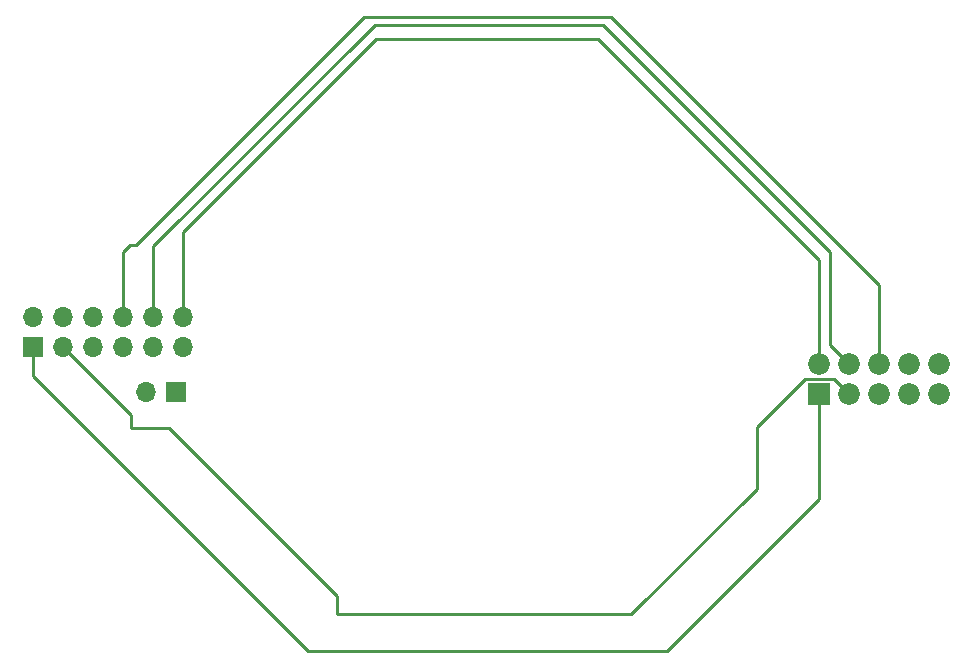
<source format=gbr>
%TF.GenerationSoftware,KiCad,Pcbnew,(6.0.0-0)*%
%TF.CreationDate,2022-02-24T10:59:22-05:00*%
%TF.ProjectId,Rotary,526f7461-7279-42e6-9b69-6361645f7063,rev?*%
%TF.SameCoordinates,Original*%
%TF.FileFunction,Copper,L3,Inr*%
%TF.FilePolarity,Positive*%
%FSLAX46Y46*%
G04 Gerber Fmt 4.6, Leading zero omitted, Abs format (unit mm)*
G04 Created by KiCad (PCBNEW (6.0.0-0)) date 2022-02-24 10:59:22*
%MOMM*%
%LPD*%
G01*
G04 APERTURE LIST*
%TA.AperFunction,ComponentPad*%
%ADD10O,1.700000X1.700000*%
%TD*%
%TA.AperFunction,ComponentPad*%
%ADD11R,1.700000X1.700000*%
%TD*%
%TA.AperFunction,ComponentPad*%
%ADD12R,1.836000X1.836000*%
%TD*%
%TA.AperFunction,ComponentPad*%
%ADD13C,1.836000*%
%TD*%
%TA.AperFunction,Conductor*%
%ADD14C,0.250000*%
%TD*%
G04 APERTURE END LIST*
D10*
%TO.N,RTR_LIMIT*%
%TO.C,J3*%
X117870000Y-103340000D03*
D11*
%TO.N,GND*%
X120410000Y-103340000D03*
%TD*%
D12*
%TO.N,RTR_ENB*%
%TO.C,J2*%
X174853250Y-103503500D03*
D13*
%TO.N,LKIT_C*%
X174853250Y-100963500D03*
%TO.N,RTR_ENA*%
X177393250Y-103503500D03*
%TO.N,LKIT_B*%
X177393250Y-100963500D03*
%TO.N,RTR_LIMIT*%
X179933250Y-103503500D03*
%TO.N,LKIT_A*%
X179933250Y-100963500D03*
%TO.N,5V*%
X182473250Y-103503500D03*
%TO.N,GND*%
X182473250Y-100963500D03*
%TO.N,RMOT2*%
X185013250Y-103503500D03*
%TO.N,RMOT1*%
X185013250Y-100963500D03*
%TD*%
D11*
%TO.N,RTR_ENB*%
%TO.C,J1*%
X108320000Y-99520000D03*
D10*
%TO.N,GND*%
X108320000Y-96980000D03*
%TO.N,RTR_ENA*%
X110860000Y-99520000D03*
%TO.N,GND*%
X110860000Y-96980000D03*
%TO.N,5V*%
X113400000Y-99520000D03*
X113400000Y-96980000D03*
%TO.N,GND*%
X115940000Y-99520000D03*
%TO.N,LKIT_A*%
X115940000Y-96980000D03*
%TO.N,RMOT1*%
X118480000Y-99520000D03*
%TO.N,LKIT_B*%
X118480000Y-96980000D03*
%TO.N,RMOT2*%
X121020000Y-99520000D03*
%TO.N,LKIT_C*%
X121020000Y-96980000D03*
%TD*%
D14*
%TO.N,RTR_ENB*%
X174853250Y-103503500D02*
X174853250Y-112366750D01*
X131590000Y-125240000D02*
X108320000Y-101970000D01*
X174853250Y-112366750D02*
X161980000Y-125240000D01*
X108320000Y-101970000D02*
X108320000Y-99520000D01*
X161980000Y-125240000D02*
X131590000Y-125240000D01*
%TO.N,RTR_ENA*%
X176095761Y-102206011D02*
X173665717Y-102206011D01*
X119820000Y-106360000D02*
X116640000Y-106360000D01*
X173665717Y-102206011D02*
X169600000Y-106271728D01*
X116640000Y-105300000D02*
X110860000Y-99520000D01*
X116640000Y-106360000D02*
X116640000Y-105300000D01*
X169600000Y-111550000D02*
X158970000Y-122180000D01*
X177393250Y-103503500D02*
X176095761Y-102206011D01*
X134080000Y-120620000D02*
X119820000Y-106360000D01*
X169600000Y-106271728D02*
X169600000Y-111550000D01*
X158970000Y-122180000D02*
X134080000Y-122180000D01*
X134080000Y-122180000D02*
X134080000Y-120620000D01*
%TO.N,LKIT_A*%
X116490000Y-90920000D02*
X115940000Y-91470000D01*
X179933250Y-94244309D02*
X157268941Y-71580000D01*
X157268941Y-71580000D02*
X136330000Y-71580000D01*
X116990000Y-90920000D02*
X116490000Y-90920000D01*
X136330000Y-71580000D02*
X116990000Y-90920000D01*
X179933250Y-100963500D02*
X179933250Y-94244309D01*
X115940000Y-91470000D02*
X115940000Y-96980000D01*
%TO.N,LKIT_B*%
X175760000Y-99330250D02*
X175760000Y-91520000D01*
X156520000Y-72280000D02*
X137220000Y-72280000D01*
X137220000Y-72280000D02*
X118480000Y-91020000D01*
X177393250Y-100963500D02*
X175760000Y-99330250D01*
X118480000Y-91020000D02*
X118480000Y-96980000D01*
X175760000Y-91520000D02*
X156520000Y-72280000D01*
%TO.N,LKIT_C*%
X174853250Y-92153250D02*
X156160000Y-73460000D01*
X137320000Y-73460000D02*
X121020000Y-89760000D01*
X156160000Y-73460000D02*
X137320000Y-73460000D01*
X121020000Y-89760000D02*
X121020000Y-96980000D01*
X174853250Y-100963500D02*
X174853250Y-92153250D01*
%TD*%
M02*

</source>
